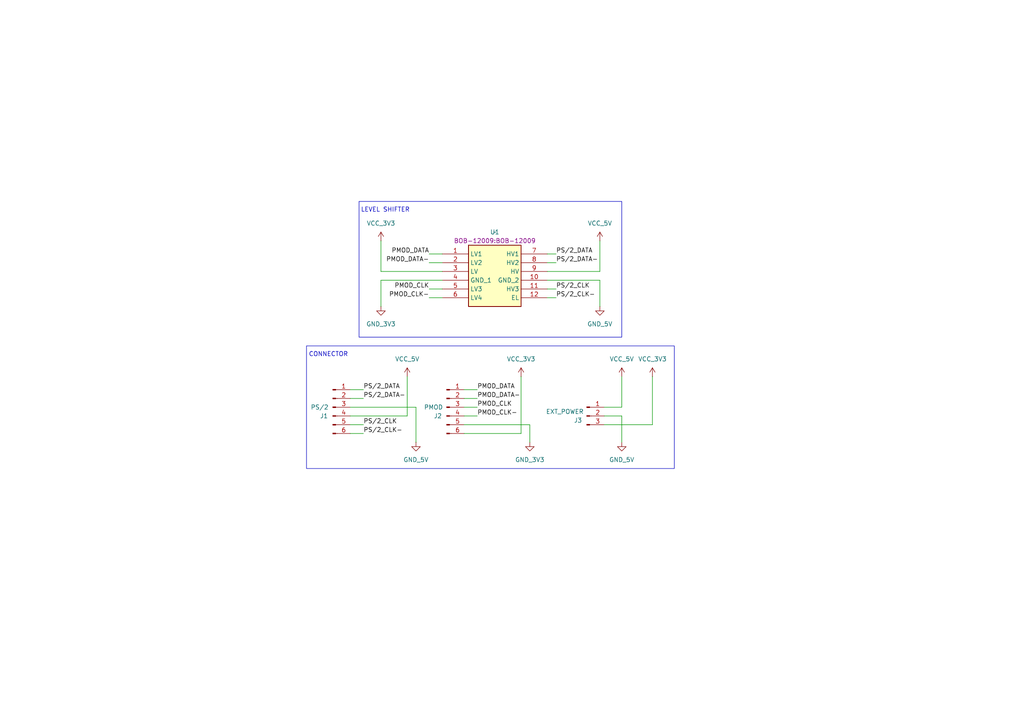
<source format=kicad_sch>
(kicad_sch (version 20250114) (generator "eeschema") (generator_version "9.0")
  (paper "A4")
  (lib_symbols
    (symbol "BOB-12009:BOB-12009"
      (property "Reference" "U" (at 0 10.16 0))
      (property "Footprint" "BOB-12009:BOB-12009" (at 0 10.16 0))
      (symbol "BOB-12009_0_1"
        (rectangle (start -7.62 8.89) (end 7.62 -8.89) (stroke (width 0.254)) (fill (type background)))
      )
      (symbol "BOB-12009_1_1"
        (pin input line (at -15.24 6.35 0) (length 7.62) (name "LV1") (number "1"))
        (pin input line (at -15.24 3.81 0) (length 7.62) (name "LV2") (number "2"))
        (pin input line (at -15.24 1.27 0) (length 7.62) (name "LV") (number "3"))
        (pin input line (at -15.24 -1.27 0) (length 7.62) (name "GND_1") (number "4"))
        (pin input line (at -15.24 -3.81 0) (length 7.62) (name "LV3") (number "5"))
        (pin input line (at -15.24 -6.35 0) (length 7.62) (name "LV4") (number "6"))
        (pin input line (at 15.24 6.35 180) (length 7.62) (name "HV1") (number "7"))
        (pin input line (at 15.24 3.81 180) (length 7.62) (name "HV2") (number "8"))
        (pin input line (at 15.24 1.27 180) (length 7.62) (name "HV") (number "9"))
        (pin input line (at 15.24 -1.27 180) (length 7.62) (name "GND_2") (number "10"))
        (pin input line (at 15.24 -3.81 180) (length 7.62) (name "HV3") (number "11"))
        (pin input line (at 15.24 -6.35 180) (length 7.62) (name "EL") (number "12"))
      )
    )
    (symbol "Connector:Conn_01x03_Pin" (pin_names (offset 1.016) (hide yes))
      (property "Reference" "J" (at 0 5.08 0))
      (property "Value" "Conn_01x03_Pin" (at 0 -5.08 0))
      (symbol "Conn_01x03_Pin_1_1"
        (rectangle (start 0.8636 2.667) (end 0 2.413) (stroke (width 0.1524)) (fill (type outline)))
        (rectangle (start 0.8636 0.127) (end 0 -0.127) (stroke (width 0.1524)) (fill (type outline)))
        (rectangle (start 0.8636 -2.413) (end 0 -2.667) (stroke (width 0.1524)) (fill (type outline)))
        (polyline (pts (xy 1.27 2.54) (xy 0.8636 2.54)) (stroke (width 0.1524)))
        (polyline (pts (xy 1.27 0) (xy 0.8636 0)) (stroke (width 0.1524)))
        (polyline (pts (xy 1.27 -2.54) (xy 0.8636 -2.54)) (stroke (width 0.1524)))
        (pin passive line (at 5.08 2.54 180) (length 3.81) (name "Pin_1") (number "1"))
        (pin passive line (at 5.08 0 180) (length 3.81) (name "Pin_2") (number "2"))
        (pin passive line (at 5.08 -2.54 180) (length 3.81) (name "Pin_3") (number "3"))
      )
    )
    (symbol "Connector:Conn_01x06_Pin" (pin_names (offset 1.016) (hide yes))
      (property "Reference" "J" (at 0 7.62 0))
      (property "Value" "Conn_01x06_Pin" (at 0 -10.16 0))
      (symbol "Conn_01x06_Pin_1_1"
        (rectangle (start 0.8636 5.207) (end 0 4.953) (stroke (width 0.1524)) (fill (type outline)))
        (rectangle (start 0.8636 2.667) (end 0 2.413) (stroke (width 0.1524)) (fill (type outline)))
        (rectangle (start 0.8636 0.127) (end 0 -0.127) (stroke (width 0.1524)) (fill (type outline)))
        (rectangle (start 0.8636 -2.413) (end 0 -2.667) (stroke (width 0.1524)) (fill (type outline)))
        (rectangle (start 0.8636 -4.953) (end 0 -5.207) (stroke (width 0.1524)) (fill (type outline)))
        (rectangle (start 0.8636 -7.493) (end 0 -7.747) (stroke (width 0.1524)) (fill (type outline)))
        (polyline (pts (xy 1.27 5.08) (xy 0.8636 5.08)) (stroke (width 0.1524)))
        (polyline (pts (xy 1.27 2.54) (xy 0.8636 2.54)) (stroke (width 0.1524)))
        (polyline (pts (xy 1.27 0) (xy 0.8636 0)) (stroke (width 0.1524)))
        (polyline (pts (xy 1.27 -2.54) (xy 0.8636 -2.54)) (stroke (width 0.1524)))
        (polyline (pts (xy 1.27 -5.08) (xy 0.8636 -5.08)) (stroke (width 0.1524)))
        (polyline (pts (xy 1.27 -7.62) (xy 0.8636 -7.62)) (stroke (width 0.1524)))
        (pin passive line (at 5.08 5.08 180) (length 3.81) (name "Pin_1") (number "1"))
        (pin passive line (at 5.08 2.54 180) (length 3.81) (name "Pin_2") (number "2"))
        (pin passive line (at 5.08 0 180) (length 3.81) (name "Pin_3") (number "3"))
        (pin passive line (at 5.08 -2.54 180) (length 3.81) (name "Pin_4") (number "4"))
        (pin passive line (at 5.08 -5.08 180) (length 3.81) (name "Pin_5") (number "5"))
        (pin passive line (at 5.08 -7.62 180) (length 3.81) (name "Pin_6") (number "6"))
      )
    )
    (symbol "power:GND" (power) (pin_numbers (hide yes)) (pin_names (offset 0) (hide yes))
      (property "Value" "GND" (at 0 -3.81 0))
      (symbol "GND_0_1"
        (polyline (pts (xy 0 0) (xy 0 -1.27) (xy 1.27 -1.27) (xy 0 -2.54) (xy -1.27 -1.27) (xy 0 -1.27)))
      )
      (symbol "GND_1_1"
        (pin power_in line (at 0 0 270) (length 0) (name "~") (number "1"))
      )
    )
    (symbol "power:VCC" (power) (pin_numbers (hide yes)) (pin_names (offset 0) (hide yes))
      (property "Value" "VCC" (at 0 3.556 0))
      (symbol "VCC_0_1"
        (polyline (pts (xy -0.762 1.27) (xy 0 2.54)))
        (polyline (pts (xy 0 2.54) (xy 0.762 1.27)))
        (polyline (pts (xy 0 0) (xy 0 2.54)))
      )
      (symbol "VCC_1_1"
        (pin power_in line (at 0 0 90) (length 0) (name "~") (number "1"))
      )
    )
  )
  (rectangle (start 104.14 58.42) (end 180.34 97.79))
  (rectangle (start 88.9 100.33) (end 195.58 135.89))
  (text "LEVEL SHIFTER" (at 111.76 60.96 0) (effects (font (size 1.27 1.27))))
  (text "CONNECTOR" (at 95.25 102.87 0) (effects (font (size 1.27 1.27))))
  (wire (pts (xy 101.6 115.57) (xy 105.41 115.57)))
  (wire (pts (xy 134.62 113.03) (xy 138.43 113.03)))
  (wire (pts (xy 173.99 81.28) (xy 173.99 88.9)))
  (wire (pts (xy 124.46 83.82) (xy 128.27 83.82)))
  (wire (pts (xy 124.46 73.66) (xy 128.27 73.66)))
  (wire (pts (xy 128.27 81.28) (xy 110.49 81.28)))
  (wire (pts (xy 101.6 120.65) (xy 118.11 120.65)))
  (wire (pts (xy 110.49 81.28) (xy 110.49 88.9)))
  (wire (pts (xy 134.62 125.73) (xy 151.13 125.73)))
  (wire (pts (xy 175.26 118.11) (xy 180.34 118.11)))
  (wire (pts (xy 101.6 123.19) (xy 105.41 123.19)))
  (wire (pts (xy 158.75 73.66) (xy 161.29 73.66)))
  (wire (pts (xy 134.62 115.57) (xy 138.43 115.57)))
  (wire (pts (xy 151.13 125.73) (xy 151.13 109.22)))
  (wire (pts (xy 101.6 125.73) (xy 105.41 125.73)))
  (wire (pts (xy 118.11 120.65) (xy 118.11 109.22)))
  (wire (pts (xy 134.62 120.65) (xy 138.43 120.65)))
  (wire (pts (xy 153.67 123.19) (xy 153.67 128.27)))
  (wire (pts (xy 124.46 76.2) (xy 128.27 76.2)))
  (wire (pts (xy 173.99 78.74) (xy 173.99 69.85)))
  (wire (pts (xy 101.6 113.03) (xy 105.41 113.03)))
  (wire (pts (xy 158.75 86.36) (xy 161.29 86.36)))
  (wire (pts (xy 134.62 118.11) (xy 138.43 118.11)))
  (wire (pts (xy 158.75 76.2) (xy 161.29 76.2)))
  (wire (pts (xy 180.34 118.11) (xy 180.34 109.22)))
  (wire (pts (xy 158.75 81.28) (xy 173.99 81.28)))
  (wire (pts (xy 101.6 118.11) (xy 120.65 118.11)))
  (wire (pts (xy 134.62 123.19) (xy 153.67 123.19)))
  (wire (pts (xy 124.46 86.36) (xy 128.27 86.36)))
  (wire (pts (xy 175.26 123.19) (xy 189.23 123.19)))
  (wire (pts (xy 158.75 78.74) (xy 173.99 78.74)))
  (wire (pts (xy 110.49 69.85) (xy 110.49 78.74)))
  (wire (pts (xy 110.49 78.74) (xy 128.27 78.74)))
  (wire (pts (xy 189.23 123.19) (xy 189.23 109.22)))
  (wire (pts (xy 158.75 83.82) (xy 161.29 83.82)))
  (wire (pts (xy 120.65 118.11) (xy 120.65 128.27)))
  (wire (pts (xy 175.26 120.65) (xy 180.34 120.65)))
  (wire (pts (xy 180.34 120.65) (xy 180.34 128.27)))
  (label "PMOD_CLK-" (at 124.46 86.36 180))
  (label "PS{slash}2_DATA" (at 105.41 113.03 0))
  (label "PMOD_CLK-" (at 138.43 120.65 0))
  (label "PMOD_DATA-" (at 138.43 115.57 0))
  (label "PS{slash}2_DATA-" (at 161.29 76.2 0))
  (label "PMOD_CLK" (at 138.43 118.11 0))
  (label "PMOD_CLK" (at 124.46 83.82 180))
  (label "PS{slash}2_CLK-" (at 161.29 86.36 0))
  (label "PS{slash}2_DATA" (at 161.29 73.66 0))
  (label "PS{slash}2_CLK-" (at 105.41 125.73 0))
  (label "PMOD_DATA-" (at 124.46 76.2 180))
  (label "PS{slash}2_CLK" (at 161.29 83.82 0))
  (label "PS{slash}2_DATA-" (at 105.41 115.57 0))
  (label "PMOD_DATA" (at 138.43 113.03 0))
  (label "PMOD_DATA" (at 124.46 73.66 180))
  (label "PS{slash}2_CLK" (at 105.41 123.19 0))
  (symbol (lib_id "power:GND") (at 180.34 128.27 0) (unit 1)
    (property "Reference" "#PWR04" (effects (hide yes)))
    (property "Value" "GND_5V" (at 180.34 133.35 0))
    (property "Description" "Power symbol creates a global label with name \"GND\" , ground" (effects (hide yes)))
  )
  (symbol (lib_id "BOB-12009:BOB-12009") (at 143.51 80.01 0) (unit 1)
    (property "Reference" "U1" (at 143.51 67.31 0))
    (property "Value" "~" (at 143.51 67.31 0))
    (property "Footprint" "BOB-12009:BOB-12009" (at 143.51 69.85 0))
  )
  (symbol (lib_id "power:GND") (at 110.49 88.9 0) (unit 1)
    (property "Reference" "#PWR08" (effects (hide yes)))
    (property "Value" "GND_3V3" (at 110.49 93.98 0))
    (property "Description" "Power symbol creates a global label with name \"GND\" , ground" (effects (hide yes)))
  )
  (symbol (lib_id "power:GND") (at 153.67 128.27 0) (unit 1)
    (property "Reference" "#PWR01" (effects (hide yes)))
    (property "Value" "GND_3V3" (at 153.67 133.35 0))
    (property "Description" "Power symbol creates a global label with name \"GND\" , ground" (effects (hide yes)))
  )
  (symbol (lib_id "power:VCC") (at 118.11 109.22 0) (unit 1)
    (property "Reference" "#PWR010" (effects (hide yes)))
    (property "Value" "VCC_5V" (at 118.11 104.14 0))
    (property "Description" "Power symbol creates a global label with name \"VCC\"" (effects (hide yes)))
  )
  (symbol (lib_id "power:GND") (at 173.99 88.9 0) (unit 1)
    (property "Reference" "#PWR02" (effects (hide yes)))
    (property "Value" "GND_5V" (at 173.99 93.98 0))
    (property "Description" "Power symbol creates a global label with name \"GND\" , ground" (effects (hide yes)))
  )
  (symbol (lib_id "power:VCC") (at 110.49 69.85 0) (unit 1)
    (property "Reference" "#PWR09" (effects (hide yes)))
    (property "Value" "VCC_3V3" (at 110.49 64.77 0))
    (property "Description" "Power symbol creates a global label with name \"VCC\"" (effects (hide yes)))
  )
  (symbol (lib_id "power:GND") (at 120.65 128.27 0) (unit 1)
    (property "Reference" "#PWR05" (effects (hide yes)))
    (property "Value" "GND_5V" (at 120.65 133.35 0))
    (property "Description" "Power symbol creates a global label with name \"GND\" , ground" (effects (hide yes)))
  )
  (symbol (lib_id "Connector:Conn_01x06_Pin") (at 129.54 118.11 0) (unit 1)
    (property "Reference" "J2" (at 127 120.65 0))
    (property "Value" "PMOD" (at 125.73 118.11 0))
    (property "Footprint" "Connector_PinHeader_2.54mm:PinHeader_1x06_P2.54mm_Vertical" (effects (hide yes)))
    (property "Description" "Generic connector, single row, 01x06, script generated" (effects (hide yes)))
  )
  (symbol (lib_id "power:VCC") (at 180.34 109.22 0) (unit 1)
    (property "Reference" "#PWR03" (effects (hide yes)))
    (property "Value" "VCC_5V" (at 180.34 104.14 0))
    (property "Description" "Power symbol creates a global label with name \"VCC\"" (effects (hide yes)))
  )
  (symbol (lib_id "power:VCC") (at 189.23 109.22 0) (unit 1)
    (property "Reference" "#PWR012" (effects (hide yes)))
    (property "Value" "VCC_3V3" (at 189.23 104.14 0))
    (property "Description" "Power symbol creates a global label with name \"VCC\"" (effects (hide yes)))
  )
  (symbol (lib_id "power:VCC") (at 173.99 69.85 0) (unit 1)
    (property "Reference" "#PWR011" (effects (hide yes)))
    (property "Value" "VCC_5V" (at 173.99 64.77 0))
    (property "Description" "Power symbol creates a global label with name \"VCC\"" (effects (hide yes)))
  )
  (symbol (lib_id "Connector:Conn_01x06_Pin") (at 96.52 118.11 0) (unit 1)
    (property "Reference" "J1" (at 93.98 120.65 0))
    (property "Value" "PS/2" (at 92.71 118.11 0))
    (property "Footprint" "ps2-connector:ps2_mini_din6" (effects (hide yes)))
    (property "Description" "Generic connector, single row, 01x06, script generated" (effects (hide yes)))
  )
  (symbol (lib_id "power:VCC") (at 151.13 109.22 0) (unit 1)
    (property "Reference" "#PWR07" (effects (hide yes)))
    (property "Value" "VCC_3V3" (at 151.13 104.14 0))
    (property "Description" "Power symbol creates a global label with name \"VCC\"" (effects (hide yes)))
  )
  (symbol (lib_id "Connector:Conn_01x03_Pin") (at 170.18 120.65 0) (unit 1)
    (property "Reference" "J3" (at 167.64 121.92 0))
    (property "Value" "EXT_POWER" (at 163.83 119.38 0))
    (property "Footprint" "Connector_PinHeader_2.54mm:PinHeader_1x03_P2.54mm_Vertical" (effects (hide yes)))
    (property "Description" "Generic connector, single row, 01x03, script generated" (effects (hide yes)))
  )
)
</source>
